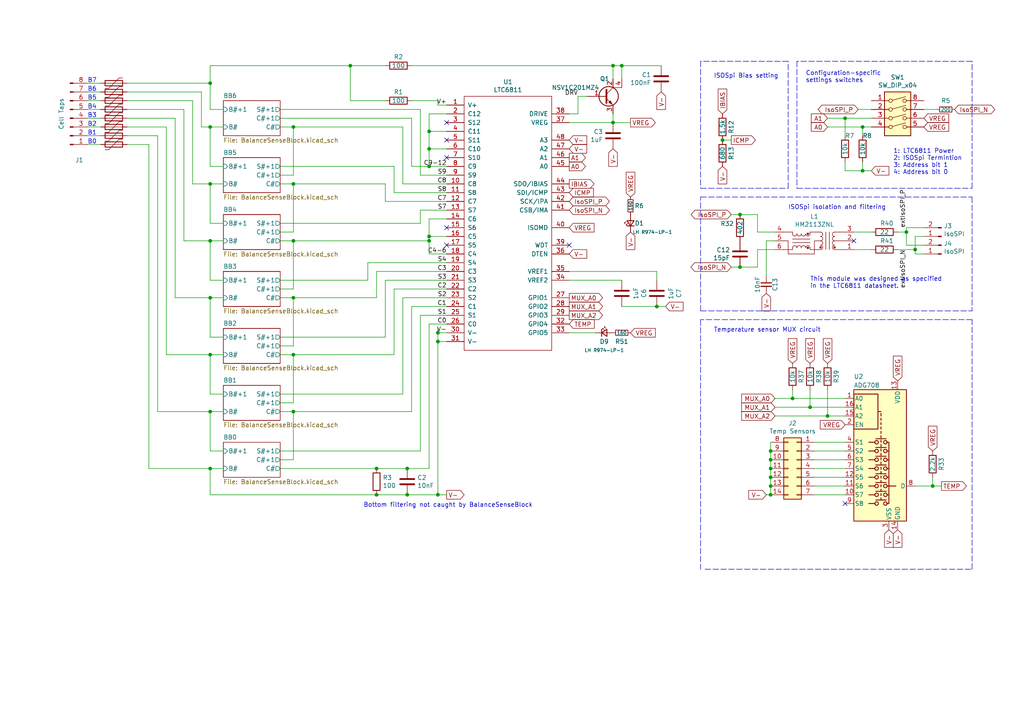
<source format=kicad_sch>
(kicad_sch (version 20231120) (generator "eeschema") (generator_version "8.0")
  (paper "A4")
  (lib_symbols
    (symbol "Connector:Conn_01x02_Pin" (pin_names (offset 1.016) hide)
      (property "Reference" "J" (at 0 2.54 0))
      (property "Value" "Conn_01x02_Pin" (at 0 -5.08 0))
      (symbol "Conn_01x02_Pin_1_1"
        (pin passive line (at 5.08 0 180) (length 3.81) (name "Pin_1") (number "1"))
        (pin passive line (at 5.08 -2.54 180) (length 3.81) (name "Pin_2") (number "2"))
      )
    )
    (symbol "Connector:Conn_01x08_Pin" (pin_names (offset 1.016) hide)
      (property "Reference" "J" (at 0 10.16 0))
      (property "Value" "Conn_01x08_Pin" (at 0 -12.7 0))
      (symbol "Conn_01x08_Pin_1_1"
        (pin passive line (at 5.08 7.62 180) (length 3.81) (name "Pin_1") (number "1"))
        (pin passive line (at 5.08 5.08 180) (length 3.81) (name "Pin_2") (number "2"))
        (pin passive line (at 5.08 2.54 180) (length 3.81) (name "Pin_3") (number "3"))
        (pin passive line (at 5.08 0 180) (length 3.81) (name "Pin_4") (number "4"))
        (pin passive line (at 5.08 -2.54 180) (length 3.81) (name "Pin_5") (number "5"))
        (pin passive line (at 5.08 -5.08 180) (length 3.81) (name "Pin_6") (number "6"))
        (pin passive line (at 5.08 -7.62 180) (length 3.81) (name "Pin_7") (number "7"))
        (pin passive line (at 5.08 -10.16 180) (length 3.81) (name "Pin_8") (number "8"))
      )
    )
    (symbol "Connector_Generic:Conn_02x07_Top_Bottom" (pin_names (offset 1.016) hide)
      (property "Reference" "J" (at 1.27 10.16 0))
      (property "Value" "Conn_02x07_Top_Bottom" (at 1.27 -10.16 0))
      (symbol "Conn_02x07_Top_Bottom_1_1"
        (pin passive line (at -5.08 7.62 0) (length 3.81) (name "Pin_1") (number "1"))
        (pin passive line (at 7.62 2.54 180) (length 3.81) (name "Pin_10") (number "10"))
        (pin passive line (at 7.62 0 180) (length 3.81) (name "Pin_11") (number "11"))
        (pin passive line (at 7.62 -2.54 180) (length 3.81) (name "Pin_12") (number "12"))
        (pin passive line (at 7.62 -5.08 180) (length 3.81) (name "Pin_13") (number "13"))
        (pin passive line (at 7.62 -7.62 180) (length 3.81) (name "Pin_14") (number "14"))
        (pin passive line (at -5.08 5.08 0) (length 3.81) (name "Pin_2") (number "2"))
        (pin passive line (at -5.08 2.54 0) (length 3.81) (name "Pin_3") (number "3"))
        (pin passive line (at -5.08 0 0) (length 3.81) (name "Pin_4") (number "4"))
        (pin passive line (at -5.08 -2.54 0) (length 3.81) (name "Pin_5") (number "5"))
        (pin passive line (at -5.08 -5.08 0) (length 3.81) (name "Pin_6") (number "6"))
        (pin passive line (at -5.08 -7.62 0) (length 3.81) (name "Pin_7") (number "7"))
        (pin passive line (at 7.62 7.62 180) (length 3.81) (name "Pin_8") (number "8"))
        (pin passive line (at 7.62 5.08 180) (length 3.81) (name "Pin_9") (number "9"))
      )
    )
    (symbol "Device:C" (pin_numbers hide) (pin_names (offset 0.254))
      (property "Reference" "C" (at 0.635 2.54 0))
      (property "Value" "C" (at 0.635 -2.54 0))
      (symbol "C_1_1"
        (pin passive line (at 0 3.81 270) (length 2.794) (name "~") (number "1"))
        (pin passive line (at 0 -3.81 90) (length 2.794) (name "~") (number "2"))
      )
    )
    (symbol "Device:C_Small" (pin_numbers hide) (pin_names (offset 0.254) hide)
      (property "Reference" "C" (at 0.254 1.778 0))
      (property "Value" "C_Small" (at 0.254 -2.032 0))
      (symbol "C_Small_1_1"
        (pin passive line (at 0 2.54 270) (length 2.032) (name "~") (number "1"))
        (pin passive line (at 0 -2.54 90) (length 2.032) (name "~") (number "2"))
      )
    )
    (symbol "Device:LED_Small" (pin_numbers hide) (pin_names (offset 0.254) hide)
      (property "Reference" "D" (at -1.27 3.175 0))
      (property "Value" "LED_Small" (at -4.445 -2.54 0))
      (symbol "LED_Small_1_1"
        (pin passive line (at -2.54 0 0) (length 1.778) (name "K") (number "1"))
        (pin passive line (at 2.54 0 180) (length 1.778) (name "A") (number "2"))
      )
    )
    (symbol "Device:Polyfuse" (pin_numbers hide) (pin_names (offset 0))
      (property "Reference" "F" (at -2.54 0 90))
      (property "Value" "Polyfuse" (at 2.54 0 90))
      (symbol "Polyfuse_1_1"
        (pin passive line (at 0 3.81 270) (length 1.27) (name "~") (number "1"))
        (pin passive line (at 0 -3.81 90) (length 1.27) (name "~") (number "2"))
      )
    )
    (symbol "Device:Q_NPN_BCEC" (pin_names (offset 0) hide)
      (property "Reference" "Q" (at 5.08 1.27 0))
      (property "Value" "Q_NPN_BCEC" (at 5.08 -1.27 0))
      (symbol "Q_NPN_BCEC_1_1"
        (pin input line (at -5.08 0 0) (length 5.715) (name "B") (number "1"))
        (pin passive line (at 2.54 5.08 270) (length 2.54) (name "C") (number "2"))
        (pin passive line (at 2.54 -5.08 90) (length 2.54) (name "E") (number "3"))
        (pin passive line (at 5.08 5.08 270) (length 2.54) (name "C") (number "4"))
      )
    )
    (symbol "Device:R" (pin_numbers hide) (pin_names (offset 0))
      (property "Reference" "R" (at 2.032 0 90))
      (property "Value" "R" (at 0 0 90))
      (symbol "R_1_1"
        (pin passive line (at 0 3.81 270) (length 1.27) (name "~") (number "1"))
        (pin passive line (at 0 -3.81 90) (length 1.27) (name "~") (number "2"))
      )
    )
    (symbol "Device:R_Small" (pin_numbers hide) (pin_names (offset 0.254) hide)
      (property "Reference" "R" (at 0.762 0.508 0))
      (property "Value" "R_Small" (at 0.762 -1.016 0))
      (symbol "R_Small_1_1"
        (pin passive line (at 0 2.54 270) (length 0.762) (name "~") (number "1"))
        (pin passive line (at 0 -2.54 90) (length 0.762) (name "~") (number "2"))
      )
    )
    (symbol "FSSymbols:ADG708" (pin_names (offset 0.254))
      (property "Reference" "U" (at -7.62 23.495 0))
      (property "Value" "ADG708" (at -7.62 21.59 0))
      (symbol "ADG708_1_1"
        (pin input line (at -10.16 15.24 0) (length 2.54) (name "A0") (number "1"))
        (pin bidirectional line (at -10.16 -12.7 0) (length 2.54) (name "S7") (number "10"))
        (pin bidirectional line (at -10.16 -10.16 0) (length 2.54) (name "S6") (number "11"))
        (pin bidirectional line (at -10.16 -7.62 0) (length 2.54) (name "S5") (number "12"))
        (pin power_in line (at 5.08 20.32 270) (length 2.54) (name "VDD") (number "13"))
        (pin power_in line (at 5.08 -22.86 90) (length 2.54) (name "GND") (number "14"))
        (pin input line (at -10.16 10.16 0) (length 2.54) (name "A2") (number "15"))
        (pin input line (at -10.16 12.7 0) (length 2.54) (name "A1") (number "16"))
        (pin input line (at -10.16 7.62 0) (length 2.54) (name "EN") (number "2"))
        (pin power_in line (at 2.54 -22.86 90) (length 2.54) (name "VSS") (number "3"))
        (pin bidirectional line (at -10.16 2.54 0) (length 2.54) (name "S1") (number "4"))
        (pin bidirectional line (at -10.16 0 0) (length 2.54) (name "S2") (number "5"))
        (pin bidirectional line (at -10.16 -2.54 0) (length 2.54) (name "S3") (number "6"))
        (pin bidirectional line (at -10.16 -5.08 0) (length 2.54) (name "S4") (number "7"))
        (pin bidirectional line (at 10.16 -10.16 180) (length 2.54) (name "D") (number "8"))
        (pin bidirectional line (at -10.16 -15.24 0) (length 2.54) (name "S8") (number "9"))
      )
    )
    (symbol "FSSymbols:HM2113ZNL" (pin_names (offset 0.254) hide)
      (property "Reference" "L" (at 0 7.62 0))
      (property "Value" "HM2113ZNL" (at 0 5.08 0))
      (symbol "HM2113ZNL_1_1"
        (pin passive line (at 11.43 -2.54 180) (length 2.54) (name "1") (number "1"))
        (pin passive line (at 11.43 0 180) (length 2.54) (name "2") (number "2"))
        (pin passive line (at 11.43 2.54 180) (length 2.54) (name "3") (number "3"))
        (pin passive line (at -11.43 2.54 0) (length 2.54) (name "4") (number "4"))
        (pin passive line (at -11.43 0 0) (length 2.54) (name "5") (number "5"))
        (pin passive line (at -11.43 -2.54 0) (length 2.54) (name "6") (number "6"))
      )
    )
    (symbol "FSSymbols:LTC6811" (pin_names (offset 1.016))
      (property "Reference" "U" (at 0 3.81 0))
      (property "Value" "LTC6811" (at 0 1.27 0))
      (symbol "LTC6811_1_1"
        (pin power_in line (at -17.78 -2.54 0) (length 5.08) (name "V+") (number "1"))
        (pin input line (at -17.78 -25.4 0) (length 5.08) (name "C8") (number "10"))
        (pin open_collector line (at -17.78 -27.94 0) (length 5.08) (name "S8") (number "11"))
        (pin input line (at -17.78 -30.48 0) (length 5.08) (name "C7") (number "12"))
        (pin open_collector line (at -17.78 -33.02 0) (length 5.08) (name "S7") (number "13"))
        (pin input line (at -17.78 -35.56 0) (length 5.08) (name "C6") (number "14"))
        (pin open_collector line (at -17.78 -38.1 0) (length 5.08) (name "S6") (number "15"))
        (pin input line (at -17.78 -40.64 0) (length 5.08) (name "C5") (number "16"))
        (pin open_collector line (at -17.78 -43.18 0) (length 5.08) (name "S5") (number "17"))
        (pin input line (at -17.78 -45.72 0) (length 5.08) (name "C4") (number "18"))
        (pin open_collector line (at -17.78 -48.26 0) (length 5.08) (name "S4") (number "19"))
        (pin input line (at -17.78 -5.08 0) (length 5.08) (name "C12") (number "2"))
        (pin input line (at -17.78 -50.8 0) (length 5.08) (name "C3") (number "20"))
        (pin open_collector line (at -17.78 -53.34 0) (length 5.08) (name "S3") (number "21"))
        (pin input line (at -17.78 -55.88 0) (length 5.08) (name "C2") (number "22"))
        (pin open_collector line (at -17.78 -58.42 0) (length 5.08) (name "S2") (number "23"))
        (pin input line (at -17.78 -60.96 0) (length 5.08) (name "C1") (number "24"))
        (pin open_collector line (at -17.78 -63.5 0) (length 5.08) (name "S1") (number "25"))
        (pin input line (at -17.78 -66.04 0) (length 5.08) (name "C0") (number "26"))
        (pin tri_state line (at 17.78 -58.42 180) (length 5.08) (name "GPIO1") (number "27"))
        (pin tri_state line (at 17.78 -60.96 180) (length 5.08) (name "GPIO2") (number "28"))
        (pin tri_state line (at 17.78 -63.5 180) (length 5.08) (name "GPIO3") (number "29"))
        (pin open_collector line (at -17.78 -7.62 0) (length 5.08) (name "S12") (number "3"))
        (pin power_in line (at -17.78 -68.58 0) (length 5.08) (name "V-") (number "30"))
        (pin power_in line (at -17.78 -71.12 0) (length 5.08) (name "V-") (number "31"))
        (pin tri_state line (at 17.78 -66.04 180) (length 5.08) (name "GPIO4") (number "32"))
        (pin tri_state line (at 17.78 -68.58 180) (length 5.08) (name "GPIO5") (number "33"))
        (pin power_out line (at 17.78 -53.34 180) (length 5.08) (name "VREF2") (number "34"))
        (pin power_out line (at 17.78 -50.8 180) (length 5.08) (name "VREF1") (number "35"))
        (pin input line (at 17.78 -45.72 180) (length 5.08) (name "DTEN") (number "36"))
        (pin power_in line (at 17.78 -7.62 180) (length 5.08) (name "VREG") (number "37"))
        (pin power_out line (at 17.78 -5.08 180) (length 5.08) (name "DRIVE") (number "38"))
        (pin output line (at 17.78 -43.18 180) (length 5.08) (name "WDT") (number "39"))
        (pin input line (at -17.78 -10.16 0) (length 5.08) (name "C11") (number "4"))
        (pin input line (at 17.78 -38.1 180) (length 5.08) (name "ISOMD") (number "40"))
        (pin input line (at 17.78 -33.02 180) (length 5.08) (name "CSB/IMA") (number "41"))
        (pin input line (at 17.78 -30.48 180) (length 5.08) (name "SCK/IPA") (number "42"))
        (pin input line (at 17.78 -27.94 180) (length 5.08) (name "SDI/ICMP") (number "43"))
        (pin output line (at 17.78 -25.4 180) (length 5.08) (name "SDO/IBIAS") (number "44"))
        (pin input line (at 17.78 -20.32 180) (length 5.08) (name "A0") (number "45"))
        (pin input line (at 17.78 -17.78 180) (length 5.08) (name "A1") (number "46"))
        (pin input line (at 17.78 -15.24 180) (length 5.08) (name "A2") (number "47"))
        (pin input line (at 17.78 -12.7 180) (length 5.08) (name "A3") (number "48"))
        (pin open_collector line (at -17.78 -12.7 0) (length 5.08) (name "S11") (number "5"))
        (pin input line (at -17.78 -15.24 0) (length 5.08) (name "C10") (number "6"))
        (pin open_collector line (at -17.78 -17.78 0) (length 5.08) (name "S10") (number "7"))
        (pin input line (at -17.78 -20.32 0) (length 5.08) (name "C9") (number "8"))
        (pin open_collector line (at -17.78 -22.86 0) (length 5.08) (name "S9") (number "9"))
      )
    )
    (symbol "Switch:SW_DIP_x04" (pin_names (offset 0) hide)
      (property "Reference" "SW" (at 0 8.89 0))
      (property "Value" "SW_DIP_x04" (at 0 -6.35 0))
      (symbol "SW_DIP_x04_1_1"
        (pin passive line (at -7.62 5.08 0) (length 5.08) (name "~") (number "1"))
        (pin passive line (at -7.62 2.54 0) (length 5.08) (name "~") (number "2"))
        (pin passive line (at -7.62 0 0) (length 5.08) (name "~") (number "3"))
        (pin passive line (at -7.62 -2.54 0) (length 5.08) (name "~") (number "4"))
        (pin passive line (at 7.62 -2.54 180) (length 5.08) (name "~") (number "5"))
        (pin passive line (at 7.62 0 180) (length 5.08) (name "~") (number "6"))
        (pin passive line (at 7.62 2.54 180) (length 5.08) (name "~") (number "7"))
        (pin passive line (at 7.62 5.08 180) (length 5.08) (name "~") (number "8"))
      )
    )
  )
  (junction (at 270.51 140.97))
  (junction (at 60.96 69.85))
  (junction (at 214.63 77.47))
  (junction (at 60.96 53.34))
  (junction (at 85.09 86.36))
  (junction (at 127 143.51))
  (junction (at 177.8 35.56))
  (junction (at 127 99.06))
  (junction (at 124.46 68.58))
  (junction (at 223.52 135.89))
  (junction (at 85.09 36.83))
  (junction (at 85.09 53.34))
  (junction (at 234.95 118.11))
  (junction (at 124.46 48.26))
  (junction (at 214.63 62.23))
  (junction (at 60.96 36.83))
  (junction (at 229.87 115.57))
  (junction (at 190.5 88.9))
  (junction (at 60.96 119.38))
  (junction (at 223.52 140.97))
  (junction (at 118.11 143.51))
  (junction (at 209.55 40.64))
  (junction (at 109.22 143.51))
  (junction (at 60.96 24.13))
  (junction (at 180.34 19.05))
  (junction (at 223.52 130.81))
  (junction (at 60.96 102.87))
  (junction (at 85.09 119.38))
  (junction (at 177.8 19.05))
  (junction (at 124.46 69.85))
  (junction (at 85.09 102.87))
  (junction (at 223.52 133.35))
  (junction (at 262.89 67.31))
  (junction (at 250.19 49.53))
  (junction (at 85.09 69.85))
  (junction (at 101.6 19.05))
  (junction (at 60.96 135.89))
  (junction (at 124.46 38.1))
  (junction (at 109.22 135.89))
  (junction (at 265.43 72.39))
  (junction (at 124.46 43.18))
  (junction (at 240.03 120.65))
  (junction (at 60.96 86.36))
  (junction (at 245.11 34.29))
  (junction (at 250.19 36.83))
  (junction (at 223.52 143.51))
  (junction (at 223.52 138.43))
  (junction (at 127 96.52))
  (junction (at 118.11 135.89))
  (no_connect (at 165.1 71.12))
  (no_connect (at 129.54 66.04))
  (no_connect (at 245.11 146.05))
  (no_connect (at 129.54 45.72))
  (no_connect (at 247.65 69.85))
  (no_connect (at 129.54 71.12))
  (no_connect (at 129.54 35.56))
  (no_connect (at 129.54 40.64))
  (wire (pts (xy 182.88 35.56) (xy 177.8 35.56)))
  (wire (pts (xy 81.28 50.8) (xy 85.09 50.8)))
  (wire (pts (xy 245.11 34.29) (xy 245.11 39.37)))
  (wire (pts (xy 265.43 72.39) (xy 260.35 72.39)))
  (wire (pts (xy 265.43 72.39) (xy 265.43 73.66)))
  (wire (pts (xy 64.77 64.77) (xy 60.96 64.77)))
  (wire (pts (xy 60.96 48.26) (xy 60.96 36.83)))
  (wire (pts (xy 81.28 119.38) (xy 85.09 119.38)))
  (polyline (pts (xy 281.94 165.1) (xy 281.94 92.71)) (stroke (width 0) (type dash)))
  (wire (pts (xy 53.34 69.85) (xy 60.96 69.85)))
  (wire (pts (xy 245.11 49.53) (xy 245.11 46.99)))
  (wire (pts (xy 85.09 69.85) (xy 124.46 69.85)))
  (wire (pts (xy 127 99.06) (xy 127 96.52)))
  (wire (pts (xy 223.52 128.27) (xy 223.52 130.81)))
  (wire (pts (xy 50.8 86.36) (xy 60.96 86.36)))
  (wire (pts (xy 60.96 69.85) (xy 60.96 81.28)))
  (wire (pts (xy 124.46 63.5) (xy 129.54 63.5)))
  (wire (pts (xy 124.46 68.58) (xy 124.46 63.5)))
  (wire (pts (xy 245.11 140.97) (xy 236.22 140.97)))
  (wire (pts (xy 116.84 86.36) (xy 129.54 86.36)))
  (wire (pts (xy 101.6 19.05) (xy 111.76 19.05)))
  (wire (pts (xy 43.18 135.89) (xy 60.96 135.89)))
  (wire (pts (xy 60.96 97.79) (xy 64.77 97.79)))
  (wire (pts (xy 106.68 76.2) (xy 106.68 81.28)))
  (wire (pts (xy 121.92 91.44) (xy 121.92 130.81)))
  (wire (pts (xy 64.77 130.81) (xy 60.96 130.81)))
  (wire (pts (xy 124.46 33.02) (xy 129.54 33.02)))
  (wire (pts (xy 111.76 81.28) (xy 129.54 81.28)))
  (wire (pts (xy 60.96 119.38) (xy 64.77 119.38)))
  (wire (pts (xy 81.28 97.79) (xy 111.76 97.79)))
  (wire (pts (xy 262.89 67.31) (xy 262.89 71.12)))
  (wire (pts (xy 270.51 138.43) (xy 270.51 140.97)))
  (wire (pts (xy 127 29.21) (xy 127 30.48)))
  (wire (pts (xy 260.35 67.31) (xy 262.89 67.31)))
  (wire (pts (xy 121.92 31.75) (xy 81.28 31.75)))
  (wire (pts (xy 121.92 64.77) (xy 81.28 64.77)))
  (wire (pts (xy 267.97 31.75) (xy 271.78 31.75)))
  (wire (pts (xy 124.46 93.98) (xy 124.46 135.89)))
  (wire (pts (xy 45.72 119.38) (xy 60.96 119.38)))
  (wire (pts (xy 85.09 36.83) (xy 81.28 36.83)))
  (wire (pts (xy 58.42 26.67) (xy 58.42 36.83)))
  (wire (pts (xy 119.38 19.05) (xy 177.8 19.05)))
  (wire (pts (xy 81.28 67.31) (xy 85.09 67.31)))
  (wire (pts (xy 180.34 88.9) (xy 190.5 88.9)))
  (wire (pts (xy 124.46 68.58) (xy 124.46 69.85)))
  (polyline (pts (xy 204.47 165.1) (xy 281.94 165.1)) (stroke (width 0) (type dash)))
  (wire (pts (xy 127 99.06) (xy 129.54 99.06)))
  (wire (pts (xy 60.96 36.83) (xy 64.77 36.83)))
  (wire (pts (xy 223.52 130.81) (xy 223.52 133.35)))
  (wire (pts (xy 64.77 114.3) (xy 60.96 114.3)))
  (wire (pts (xy 29.21 29.21) (xy 25.4 29.21)))
  (wire (pts (xy 240.03 36.83) (xy 250.19 36.83)))
  (wire (pts (xy 55.88 53.34) (xy 60.96 53.34)))
  (wire (pts (xy 81.28 100.33) (xy 85.09 100.33)))
  (wire (pts (xy 265.43 68.58) (xy 267.97 68.58)))
  (wire (pts (xy 223.52 135.89) (xy 223.52 133.35)))
  (wire (pts (xy 85.09 102.87) (xy 114.3 102.87)))
  (wire (pts (xy 127 99.06) (xy 127 143.51)))
  (wire (pts (xy 252.73 72.39) (xy 247.65 72.39)))
  (wire (pts (xy 119.38 48.26) (xy 119.38 34.29)))
  (wire (pts (xy 127 95.25) (xy 127 96.52)))
  (wire (pts (xy 36.83 34.29) (xy 50.8 34.29)))
  (wire (pts (xy 25.4 36.83) (xy 29.21 36.83)))
  (wire (pts (xy 81.28 114.3) (xy 116.84 114.3)))
  (wire (pts (xy 223.52 140.97) (xy 223.52 143.51)))
  (wire (pts (xy 214.63 62.23) (xy 219.71 62.23)))
  (wire (pts (xy 245.11 135.89) (xy 236.22 135.89)))
  (wire (pts (xy 85.09 86.36) (xy 109.22 86.36)))
  (wire (pts (xy 60.96 130.81) (xy 60.96 119.38)))
  (wire (pts (xy 60.96 81.28) (xy 64.77 81.28)))
  (wire (pts (xy 50.8 34.29) (xy 50.8 86.36)))
  (polyline (pts (xy 203.2 90.17) (xy 203.2 57.15)) (stroke (width 0) (type dash)))
  (wire (pts (xy 45.72 39.37) (xy 45.72 119.38)))
  (wire (pts (xy 121.92 91.44) (xy 129.54 91.44)))
  (wire (pts (xy 111.76 58.42) (xy 111.76 53.34)))
  (wire (pts (xy 25.4 24.13) (xy 29.21 24.13)))
  (wire (pts (xy 119.38 88.9) (xy 119.38 119.38)))
  (wire (pts (xy 60.96 24.13) (xy 60.96 31.75)))
  (wire (pts (xy 124.46 43.18) (xy 129.54 43.18)))
  (wire (pts (xy 219.71 67.31) (xy 224.79 67.31)))
  (wire (pts (xy 250.19 39.37) (xy 250.19 36.83)))
  (wire (pts (xy 170.18 27.94) (xy 167.64 27.94)))
  (wire (pts (xy 167.64 33.02) (xy 165.1 33.02)))
  (wire (pts (xy 180.34 19.05) (xy 191.77 19.05)))
  (wire (pts (xy 36.83 36.83) (xy 48.26 36.83)))
  (wire (pts (xy 85.09 100.33) (xy 85.09 86.36)))
  (wire (pts (xy 265.43 73.66) (xy 267.97 73.66)))
  (wire (pts (xy 177.8 19.05) (xy 180.34 19.05)))
  (wire (pts (xy 25.4 41.91) (xy 29.21 41.91)))
  (wire (pts (xy 60.96 69.85) (xy 64.77 69.85)))
  (wire (pts (xy 109.22 135.89) (xy 118.11 135.89)))
  (wire (pts (xy 124.46 33.02) (xy 124.46 38.1)))
  (wire (pts (xy 85.09 133.35) (xy 85.09 119.38)))
  (wire (pts (xy 219.71 62.23) (xy 219.71 67.31)))
  (wire (pts (xy 177.8 35.56) (xy 177.8 33.02)))
  (wire (pts (xy 48.26 36.83) (xy 48.26 102.87)))
  (wire (pts (xy 167.64 27.94) (xy 167.64 33.02)))
  (wire (pts (xy 85.09 69.85) (xy 81.28 69.85)))
  (wire (pts (xy 85.09 36.83) (xy 85.09 50.8)))
  (wire (pts (xy 36.83 39.37) (xy 45.72 39.37)))
  (wire (pts (xy 262.89 66.04) (xy 262.89 67.31)))
  (wire (pts (xy 106.68 76.2) (xy 129.54 76.2)))
  (wire (pts (xy 85.09 53.34) (xy 81.28 53.34)))
  (wire (pts (xy 129.54 60.96) (xy 121.92 60.96)))
  (wire (pts (xy 53.34 31.75) (xy 53.34 69.85)))
  (wire (pts (xy 219.71 72.39) (xy 219.71 77.47)))
  (wire (pts (xy 223.52 138.43) (xy 223.52 135.89)))
  (polyline (pts (xy 203.2 90.17) (xy 281.94 90.17)) (stroke (width 0) (type dash)))
  (wire (pts (xy 85.09 102.87) (xy 81.28 102.87)))
  (wire (pts (xy 119.38 34.29) (xy 81.28 34.29)))
  (wire (pts (xy 240.03 113.03) (xy 240.03 120.65)))
  (wire (pts (xy 60.96 114.3) (xy 60.96 102.87)))
  (wire (pts (xy 60.96 143.51) (xy 109.22 143.51)))
  (wire (pts (xy 250.19 46.99) (xy 250.19 49.53)))
  (wire (pts (xy 64.77 48.26) (xy 60.96 48.26)))
  (wire (pts (xy 64.77 53.34) (xy 60.96 53.34)))
  (wire (pts (xy 224.79 120.65) (xy 240.03 120.65)))
  (wire (pts (xy 114.3 83.82) (xy 114.3 102.87)))
  (wire (pts (xy 85.09 116.84) (xy 85.09 102.87)))
  (wire (pts (xy 190.5 78.74) (xy 190.5 81.28)))
  (wire (pts (xy 124.46 48.26) (xy 119.38 48.26)))
  (wire (pts (xy 36.83 24.13) (xy 60.96 24.13)))
  (wire (pts (xy 64.77 135.89) (xy 60.96 135.89)))
  (wire (pts (xy 36.83 29.21) (xy 55.88 29.21)))
  (wire (pts (xy 124.46 68.58) (xy 129.54 68.58)))
  (wire (pts (xy 172.72 96.52) (xy 165.1 96.52)))
  (polyline (pts (xy 281.94 17.78) (xy 231.14 17.78)) (stroke (width 0) (type dash)))
  (wire (pts (xy 252.73 34.29) (xy 245.11 34.29)))
  (wire (pts (xy 81.28 48.26) (xy 114.3 48.26)))
  (wire (pts (xy 81.28 130.81) (xy 121.92 130.81)))
  (wire (pts (xy 127 96.52) (xy 129.54 96.52)))
  (wire (pts (xy 180.34 22.86) (xy 180.34 19.05)))
  (wire (pts (xy 48.26 102.87) (xy 60.96 102.87)))
  (wire (pts (xy 222.25 143.51) (xy 223.52 143.51)))
  (wire (pts (xy 60.96 135.89) (xy 60.96 143.51)))
  (polyline (pts (xy 231.14 54.61) (xy 281.94 54.61)) (stroke (width 0) (type dash)))
  (wire (pts (xy 273.05 140.97) (xy 270.51 140.97)))
  (polyline (pts (xy 231.14 17.78) (xy 231.14 54.61)) (stroke (width 0) (type dash)))
  (polyline (pts (xy 203.2 17.78) (xy 203.2 54.61)) (stroke (width 0) (type dash)))
  (wire (pts (xy 109.22 78.74) (xy 129.54 78.74)))
  (wire (pts (xy 234.95 118.11) (xy 245.11 118.11)))
  (wire (pts (xy 64.77 86.36) (xy 60.96 86.36)))
  (wire (pts (xy 236.22 143.51) (xy 245.11 143.51)))
  (wire (pts (xy 124.46 38.1) (xy 129.54 38.1)))
  (wire (pts (xy 101.6 29.21) (xy 101.6 19.05)))
  (wire (pts (xy 109.22 78.74) (xy 109.22 86.36)))
  (wire (pts (xy 219.71 72.39) (xy 224.79 72.39)))
  (wire (pts (xy 85.09 53.34) (xy 85.09 67.31)))
  (wire (pts (xy 212.09 77.47) (xy 214.63 77.47)))
  (wire (pts (xy 124.46 38.1) (xy 124.46 43.18)))
  (wire (pts (xy 116.84 36.83) (xy 116.84 53.34)))
  (wire (pts (xy 111.76 81.28) (xy 111.76 97.79)))
  (wire (pts (xy 247.65 67.31) (xy 252.73 67.31)))
  (wire (pts (xy 236.22 128.27) (xy 245.11 128.27)))
  (polyline (pts (xy 203.2 92.71) (xy 203.2 165.1)) (stroke (width 0) (type dash)))
  (wire (pts (xy 124.46 73.66) (xy 129.54 73.66)))
  (wire (pts (xy 36.83 26.67) (xy 58.42 26.67)))
  (wire (pts (xy 85.09 86.36) (xy 81.28 86.36)))
  (wire (pts (xy 165.1 81.28) (xy 180.34 81.28)))
  (wire (pts (xy 234.95 113.03) (xy 234.95 118.11)))
  (wire (pts (xy 245.11 130.81) (xy 236.22 130.81)))
  (polyline (pts (xy 228.6 17.78) (xy 203.2 17.78)) (stroke (width 0) (type dash)))
  (wire (pts (xy 60.96 86.36) (xy 60.96 97.79)))
  (wire (pts (xy 121.92 60.96) (xy 121.92 64.77)))
  (wire (pts (xy 60.96 64.77) (xy 60.96 53.34)))
  (wire (pts (xy 116.84 86.36) (xy 116.84 114.3)))
  (wire (pts (xy 85.09 69.85) (xy 85.09 83.82)))
  (polyline (pts (xy 228.6 54.61) (xy 228.6 17.78)) (stroke (width 0) (type dash)))
  (wire (pts (xy 85.09 119.38) (xy 119.38 119.38)))
  (wire (pts (xy 25.4 31.75) (xy 29.21 31.75)))
  (wire (pts (xy 265.43 72.39) (xy 265.43 68.58)))
  (wire (pts (xy 129.54 53.34) (xy 116.84 53.34)))
  (wire (pts (xy 85.09 53.34) (xy 111.76 53.34)))
  (polyline (pts (xy 281.94 54.61) (xy 281.94 17.78)) (stroke (width 0) (type dash)))
  (wire (pts (xy 250.19 49.53) (xy 245.11 49.53)))
  (wire (pts (xy 250.19 36.83) (xy 252.73 36.83)))
  (polyline (pts (xy 281.94 57.15) (xy 281.94 90.17)) (stroke (width 0) (type dash)))
  (wire (pts (xy 58.42 36.83) (xy 60.96 36.83)))
  (wire (pts (xy 64.77 102.87) (xy 60.96 102.87)))
  (wire (pts (xy 124.46 48.26) (xy 129.54 48.26)))
  (wire (pts (xy 229.87 113.03) (xy 229.87 115.57)))
  (wire (pts (xy 129.54 143.51) (xy 127 143.51)))
  (polyline (pts (xy 203.2 54.61) (xy 228.6 54.61)) (stroke (width 0) (type dash)))
  (polyline (pts (xy 203.2 57.15) (xy 281.94 57.15)) (stroke (width 0) (type dash)))
  (wire (pts (xy 81.28 116.84) (xy 85.09 116.84)))
  (wire (pts (xy 114.3 83.82) (xy 129.54 83.82)))
  (wire (pts (xy 240.03 34.29) (xy 245.11 34.29)))
  (wire (pts (xy 124.46 69.85) (xy 124.46 73.66)))
  (wire (pts (xy 111.76 29.21) (xy 101.6 29.21)))
  (wire (pts (xy 212.09 40.64) (xy 209.55 40.64)))
  (wire (pts (xy 212.09 62.23) (xy 214.63 62.23)))
  (wire (pts (xy 81.28 83.82) (xy 85.09 83.82)))
  (polyline (pts (xy 281.94 92.71) (xy 203.2 92.71)) (stroke (width 0) (type dash)))
  (wire (pts (xy 214.63 77.47) (xy 219.71 77.47)))
  (wire (pts (xy 85.09 36.83) (xy 116.84 36.83)))
  (wire (pts (xy 129.54 88.9) (xy 119.38 88.9)))
  (wire (pts (xy 43.18 41.91) (xy 43.18 135.89)))
  (wire (pts (xy 127 30.48) (xy 129.54 30.48)))
  (wire (pts (xy 229.87 115.57) (xy 245.11 115.57)))
  (wire (pts (xy 81.28 81.28) (xy 106.68 81.28)))
  (wire (pts (xy 224.79 115.57) (xy 229.87 115.57)))
  (wire (pts (xy 262.89 71.12) (xy 267.97 71.12)))
  (wire (pts (xy 250.19 49.53) (xy 252.73 49.53)))
  (wire (pts (xy 223.52 138.43) (xy 223.52 140.97)))
  (wire (pts (xy 29.21 39.37) (xy 25.4 39.37)))
  (wire (pts (xy 119.38 29.21) (xy 127 29.21)))
  (wire (pts (xy 165.1 35.56) (xy 177.8 35.56)))
  (wire (pts (xy 248.92 31.75) (xy 252.73 31.75)))
  (wire (pts (xy 129.54 58.42) (xy 111.76 58.42)))
  (wire (pts (xy 124.46 93.98) (xy 129.54 93.98)))
  (wire (pts (xy 118.11 135.89) (xy 124.46 135.89)))
  (wire (pts (xy 224.79 118.11) (xy 234.95 118.11)))
  (wire (pts (xy 270.51 140.97) (xy 265.43 140.97)))
  (wire (pts (xy 25.4 26.67) (xy 29.21 26.67)))
  (wire (pts (xy 190.5 88.9) (xy 193.04 88.9)))
  (wire (pts (xy 236.22 138.43) (xy 245.11 138.43)))
  (wire (pts (xy 60.96 31.75) (xy 64.77 31.75)))
  (wire (pts (xy 114.3 48.26) (xy 114.3 55.88)))
  (wire (pts (xy 121.92 31.75) (xy 121.92 50.8)))
  (wire (pts (xy 222.25 80.01) (xy 222.25 69.85)))
  (wire (pts (xy 109.22 143.51) (xy 118.11 143.51)))
  (wire (pts (xy 177.8 19.05) (xy 177.8 22.86)))
  (wire (pts (xy 121.92 50.8) (xy 129.54 50.8)))
  (wire (pts (xy 240.03 120.65) (xy 245.11 120.65)))
  (wire (pts (xy 118.11 143.51) (xy 127 143.51)))
  (wire (pts (xy 222.25 69.85) (xy 224.79 69.85)))
  (wire (pts (xy 36.83 41.91) (xy 43.18 41.91)))
  (wire (pts (xy 114.3 55.88) (xy 129.54 55.88)))
  (wire (pts (xy 81.28 133.35) (xy 85.09 133.35)))
  (wire (pts (xy 60.96 19.05) (xy 101.6 19.05)))
  (wire (pts (xy 124.46 43.18) (xy 124.46 48.26)))
  (wire (pts (xy 236.22 133.35) (xy 245.11 133.35)))
  (wire (pts (xy 36.83 31.75) (xy 53.34 31.75)))
  (wire (pts (xy 29.21 34.29) (xy 25.4 34.29)))
  (wire (pts (xy 60.96 19.05) (xy 60.96 24.13)))
  (wire (pts (xy 81.28 135.89) (xy 109.22 135.89)))
  (wire (pts (xy 165.1 78.74) (xy 190.5 78.74)))
  (wire (pts (xy 267.97 66.04) (xy 262.89 66.04)))
  (wire (pts (xy 55.88 29.21) (xy 55.88 53.34)))
  (text "ISOSpi Bias setting" (at 207.01 22.86 0) (effects (font (size 1.27 1.27)) (justify left bottom)))
  (text "B5" (at 25.4 29.21 0) (effects (font (size 1.27 1.27)) (justify left bottom)))
  (text "This module was designed as specified\nin the LTC6811 datasheet." (at 234.95 83.82 0) (effects (font (size 1.27 1.27)) (justify left bottom)))
  (text "B4" (at 25.4 31.75 0) (effects (font (size 1.27 1.27)) (justify left bottom)))
  (text "Configuration-specific\nsettings switches" (at 233.68 24.13 0) (effects (font (size 1.27 1.27)) (justify left bottom)))
  (text "1: LTC6811 Power\n2: ISOSpi Termintion\n3: Address bit 1\n4: Address bit 0" (at 259.08 50.8 0) (effects (font (size 1.27 1.27)) (justify left bottom)))
  (text "Bottom filtering not caught by BalanceSenseBlock" (at 105.41 147.32 0) (effects (font (size 1.27 1.27)) (justify left bottom)))
  (text "B3" (at 25.4 34.29 0) (effects (font (size 1.27 1.27)) (justify left bottom)))
  (text "B1" (at 25.4 39.37 0) (effects (font (size 1.27 1.27)) (justify left bottom)))
  (text "Temperature sensor MUX circuit" (at 207.01 96.52 0) (effects (font (size 1.27 1.27)) (justify left bottom)))
  (text "B7" (at 25.4 24.13 0) (effects (font (size 1.27 1.27)) (justify left bottom)))
  (text "B6" (at 25.4 26.67 0) (effects (font (size 1.27 1.27)) (justify left bottom)))
  (text "ISOSpi isolation and filtering" (at 228.6 60.96 0) (effects (font (size 1.27 1.27)) (justify left bottom)))
  (text "B2" (at 25.4 36.83 0) (effects (font (size 1.27 1.27)) (justify left bottom)))
  (text "B0" (at 25.4 41.91 0) (effects (font (size 1.27 1.27)) (justify left bottom)))
  (label "S3" (at 129.54 81.28 180))
  (label "S2" (at 129.54 86.36 180))
  (label "C3" (at 129.54 78.74 180))
  (label "DRV" (at 167.64 27.94 180))
  (label "V+" (at 129.54 30.48 180))
  (label "C4-6" (at 129.54 73.66 180))
  (label "S7" (at 129.54 60.96 180))
  (label "C9-12" (at 129.54 48.26 180))
  (label "C7" (at 129.54 58.42 180))
  (label "C8" (at 129.54 53.34 180))
  (label "S4" (at 129.54 76.2 180))
  (label "S8" (at 129.54 55.88 180))
  (label "V-" (at 129.54 96.52 180))
  (label "C2" (at 129.54 83.82 180))
  (label "C0" (at 129.54 93.98 180))
  (label "extIsoSPI_N" (at 262.89 72.39 270))
  (label "extIsoSPI_P" (at 262.89 66.04 90))
  (label "S9" (at 129.54 50.8 180))
  (label "S1" (at 129.54 91.44 180))
  (label "C1" (at 129.54 88.9 180))
  (global_label "V-" (shape input) (at 257.81 153.67 270) (property "Intersheetrefs" "${INTERSHEET_REFS}" (effects (hide yes))))
  (global_label "IsoSPI_P" (shape bidirectional) (at 212.09 62.23 180) (property "Intersheetrefs" "${INTERSHEET_REFS}" (effects (hide yes))))
  (global_label "VREG" (shape input) (at 165.1 66.04 0) (property "Intersheetrefs" "${INTERSHEET_REFS}" (effects (hide yes))))
  (global_label "VREG" (shape input) (at 245.11 123.19 180) (property "Intersheetrefs" "${INTERSHEET_REFS}" (effects (hide yes))))
  (global_label "A0" (shape input) (at 240.03 36.83 180) (property "Intersheetrefs" "${INTERSHEET_REFS}" (effects (hide yes))))
  (global_label "IsoSPI_N" (shape bidirectional) (at 276.86 31.75 0) (property "Intersheetrefs" "${INTERSHEET_REFS}" (effects (hide yes))))
  (global_label "TEMP" (shape input) (at 165.1 93.98 0) (property "Intersheetrefs" "${INTERSHEET_REFS}" (effects (hide yes))))
  (global_label "VREG" (shape input) (at 240.03 105.41 90) (property "Intersheetrefs" "${INTERSHEET_REFS}" (effects (hide yes))))
  (global_label "ICMP" (shape output) (at 212.09 40.64 0) (property "Intersheetrefs" "${INTERSHEET_REFS}" (effects (hide yes))))
  (global_label "MUX_A0" (shape output) (at 165.1 86.36 0) (property "Intersheetrefs" "${INTERSHEET_REFS}" (effects (hide yes))))
  (global_label "V-" (shape input) (at 260.35 153.67 270) (property "Intersheetrefs" "${INTERSHEET_REFS}" (effects (hide yes))))
  (global_label "V-" (shape output) (at 129.54 143.51 0) (property "Intersheetrefs" "${INTERSHEET_REFS}" (effects (hide yes))))
  (global_label "V-" (shape input) (at 165.1 40.64 0) (property "Intersheetrefs" "${INTERSHEET_REFS}" (effects (hide yes))))
  (global_label "IsoSPI_P" (shape bidirectional) (at 248.92 31.75 180) (property "Intersheetrefs" "${INTERSHEET_REFS}" (effects (hide yes))))
  (global_label "V-" (shape input) (at 177.8 43.18 270) (property "Intersheetrefs" "${INTERSHEET_REFS}" (effects (hide yes))))
  (global_label "VREG" (shape input) (at 267.97 34.29 0) (property "Intersheetrefs" "${INTERSHEET_REFS}" (effects (hide yes))))
  (global_label "VREG" (shape input) (at 182.88 96.52 0) (property "Intersheetrefs" "${INTERSHEET_REFS}" (effects (hide yes))))
  (global_label "IBIAS" (shape output) (at 165.1 53.34 0) (property "Intersheetrefs" "${INTERSHEET_REFS}" (effects (hide yes))))
  (global_label "IsoSPI_P" (shape bidirectional) (at 165.1 58.42 0) (property "Intersheetrefs" "${INTERSHEET_REFS}" (effects (hide yes))))
  (global_label "A1" (shape output) (at 165.1 45.72 0) (property "Intersheetrefs" "${INTERSHEET_REFS}" (effects (hide yes))))
  (global_label "IsoSPI_N" (shape bidirectional) (at 212.09 77.47 180) (property "Intersheetrefs" "${INTERSHEET_REFS}" (effects (hide yes))))
  (global_label "V-" (shape input) (at 252.73 49.53 0) (property "Intersheetrefs" "${INTERSHEET_REFS}" (effects (hide yes))))
  (global_label "MUX_A1" (shape output) (at 165.1 88.9 0) (property "Intersheetrefs" "${INTERSHEET_REFS}" (effects (hide yes))))
  (global_label "V-" (shape input) (at 182.88 67.31 270) (property "Intersheetrefs" "${INTERSHEET_REFS}" (effects (hide yes))))
  (global_label "VREG" (shape output) (at 182.88 35.56 0) (property "Intersheetrefs" "${INTERSHEET_REFS}" (effects (hide yes))))
  (global_label "VREG" (shape input) (at 234.95 105.41 90) (property "Intersheetrefs" "${INTERSHEET_REFS}" (effects (hide yes))))
  (global_label "V-" (shape input) (at 191.77 26.67 270) (property "Intersheetrefs" "${INTERSHEET_REFS}" (effects (hide yes))))
  (global_label "ICMP" (shape input) (at 165.1 55.88 0) (property "Intersheetrefs" "${INTERSHEET_REFS}" (effects (hide yes))))
  (global_label "VREG" (shape input) (at 229.87 105.41 90) (property "Intersheetrefs" "${INTERSHEET_REFS}" (effects (hide yes))))
  (global_label "V-" (shape input) (at 222.25 85.09 270) (property "Intersheetrefs" "${INTERSHEET_REFS}" (effects (hide yes))))
  (global_label "A0" (shape output) (at 165.1 48.26 0) (property "Intersheetrefs" "${INTERSHEET_REFS}" (effects (hide yes))))
  (global_label "TEMP" (shape output) (at 273.05 140.97 0) (property "Intersheetrefs" "${INTERSHEET_REFS}" (effects (hide yes))))
  (global_label "V-" (shape input) (at 193.04 88.9 0) (property "Intersheetrefs" "${INTERSHEET_REFS}" (effects (hide yes))))
  (global_label "VREG" (shape input) (at 267.97 36.83 0) (property "Intersheetrefs" "${INTERSHEET_REFS}" (effects (hide yes))))
  (global_label "VREG" (shape input) (at 260.35 110.49 90) (property "Intersheetrefs" "${INTERSHEET_REFS}" (effects (hide yes))))
  (global_label "VREG" (shape input) (at 182.88 57.15 90) (property "Intersheetrefs" "${INTERSHEET_REFS}" (effects (hide yes))))
  (global_label "V-" (shape input) (at 165.1 43.18 0) (property "Intersheetrefs" "${INTERSHEET_REFS}" (effects (hide yes))))
  (global_label "V-" (shape input) (at 222.25 143.51 180) (property "Intersheetrefs" "${INTERSHEET_REFS}" (effects (hide yes))))
  (global_label "V-" (shape input) (at 209.55 48.26 270) (property "Intersheetrefs" "${INTERSHEET_REFS}" (effects (hide yes))))
  (global_label "IBIAS" (shape input) (at 209.55 33.02 90) (property "Intersheetrefs" "${INTERSHEET_REFS}" (effects (hide yes))))
  (global_label "A1" (shape input) (at 240.03 34.29 180) (property "Intersheetrefs" "${INTERSHEET_REFS}" (effects (hide yes))))
  (global_label "MUX_A2" (shape output) (at 165.1 91.44 0) (property "Intersheetrefs" "${INTERSHEET_REFS}" (effects (hide yes))))
  (global_label "V-" (shape input) (at 165.1 73.66 0) (property "Intersheetrefs" "${INTERSHEET_REFS}" (effects (hide yes))))
  (global_label "IsoSPI_N" (shape bidirectional) (at 165.1 60.96 0) (property "Intersheetrefs" "${INTERSHEET_REFS}" (effects (hide yes))))
  (global_label "MUX_A2" (shape input) (at 224.79 120.65 180) (property "Intersheetrefs" "${INTERSHEET_REFS}" (effects (hide yes))))
  (global_label "MUX_A1" (shape input) (at 224.79 118.11 180) (property "Intersheetrefs" "${INTERSHEET_REFS}" (effects (hide yes))))
  (global_label "VREG" (shape input) (at 270.51 130.81 90) (property "Intersheetrefs" "${INTERSHEET_REFS}" (effects (hide yes))))
  (global_label "MUX_A0" (shape input) (at 224.79 115.57 180) (property "Intersheetrefs" "${INTERSHEET_REFS}" (effects (hide yes))))
  (symbol (lib_id "FSSymbols:LTC6811") (at 147.32 27.94 0) (unit 1)
    (property "Reference" "U1" (at 147.32 23.749 0))
    (property "Value" "LTC6811" (at 147.32 26.0604 0))
    (property "Footprint" "1FS_2_Global_Footprint_Library:FSOP-48_[LTC6811-2]" (effects (hide yes)))
    (property "Datasheet" "https://www.analog.com/media/en/technical-documentation/data-sheets/LTC6811-1-6811-2.pdf" (effects (hide yes)))
  )
  (symbol (lib_id "Connector:Conn_01x08_Pin") (at 20.32 34.29 0) (mirror x) (unit 1)
    (property "Reference" "J1" (at 23.0124 46.4312 0))
    (property "Value" "Cell Taps" (at 17.78 33.02 90))
    (property "Footprint" "Connector_Molex:Molex_Nano-Fit_105313-xx08_1x08_P2.50mm_Horizontal" (effects (hide yes)))
    (property "Description" "Generic connector, single row, 01x08, script generated" (effects (hide yes)))
  )
  (symbol (lib_id "Device:R") (at 115.57 19.05 270) (unit 1)
    (property "Reference" "R2" (at 115.57 16.51 90))
    (property "Value" "100" (at 115.57 19.05 90))
    (property "Footprint" "Resistor_SMD:R_0805_2012Metric_Pad1.15x1.40mm_HandSolder" (effects (hide yes)))
  )
  (symbol (lib_id "Switch:SW_DIP_x04") (at 260.35 34.29 0) (unit 1)
    (property "Reference" "SW1" (at 260.35 22.4282 0))
    (property "Value" "SW_DIP_x04" (at 260.35 24.7396 0))
    (property "Footprint" "FSFootprints:DIP A6H-4101" (effects (hide yes)))
    (property "Datasheet" "https://omronfs.omron.com/en_US/ecb/products/pdf/en-a6h.pdf" (effects (hide yes)))
  )
  (symbol (lib_id "Device:R") (at 209.55 36.83 180) (unit 1)
    (property "Reference" "R12" (at 212.09 36.83 90))
    (property "Value" "1.5k" (at 209.55 36.83 90))
    (property "Footprint" "Resistor_SMD:R_0805_2012Metric_Pad1.15x1.40mm_HandSolder" (effects (hide yes)))
  )
  (symbol (lib_id "Connector:Conn_01x02_Pin") (at 273.05 68.58 180) (unit 1)
    (property "Reference" "J3" (at 273.7358 65.532 0) (effects (justify right)))
    (property "Value" "IsoSPI" (at 273.7358 67.8434 0) (effects (justify right)))
    (property "Footprint" "Connector_Molex:Molex_Nano-Fit_105313-xx02_1x02_P2.50mm_Horizontal" (effects (hide yes)))
    (property "Description" "Generic connector, single row, 01x02, script generated" (effects (hide yes)))
  )
  (symbol (lib_id "Device:R") (at 209.55 44.45 180) (unit 1)
    (property "Reference" "R13" (at 212.09 44.45 90))
    (property "Value" "680" (at 209.55 44.45 90))
    (property "Footprint" "Resistor_SMD:R_0805_2012Metric_Pad1.15x1.40mm_HandSolder" (effects (hide yes)))
  )
  (symbol (lib_id "Device:Q_NPN_BCEC") (at 175.26 27.94 0) (unit 1)
    (property "Reference" "Q1" (at 173.99 22.86 0) (effects (justify left)))
    (property "Value" "NSV1C201MZ4" (at 160.02 25.4 0) (effects (justify left)))
    (property "Footprint" "Package_TO_SOT_SMD:SOT-223" (effects (hide yes)))
    (property "Datasheet" "https://www.onsemi.com/pub/Collateral/NSS1C201MZ4-D.PDF" (effects (hide yes)))
  )
  (symbol (lib_id "Device:C") (at 177.8 39.37 0) (mirror y) (unit 1)
    (property "Reference" "C3" (at 174.879 38.2016 0) (effects (justify left)))
    (property "Value" "1uF" (at 174.879 40.513 0) (effects (justify left)))
    (property "Footprint" "Capacitor_SMD:C_0805_2012Metric_Pad1.15x1.40mm_HandSolder" (effects (hide yes)))
  )
  (symbol (lib_id "Device:C") (at 191.77 22.86 0) (mirror y) (unit 1)
    (property "Reference" "C1" (at 188.849 21.6916 0) (effects (justify left)))
    (property "Value" "100nF" (at 188.849 24.003 0) (effects (justify left)))
    (property "Footprint" "Capacitor_SMD:C_0805_2012Metric_Pad1.15x1.40mm_HandSolder" (effects (hide yes)))
  )
  (symbol (lib_id "FSSymbols:ADG708") (at 255.27 130.81 0) (unit 1)
    (property "Reference" "U2" (at 247.65 109.22 0) (effects (justify left)))
    (property "Value" "ADG708" (at 247.65 111.76 0) (effects (justify left)))
    (property "Footprint" "Package_SO:TSSOP-16_4.4x5mm_P0.65mm" (effects (hide yes)))
    (property "Datasheet" "https://www.analog.com/media/en/technical-documentation/data-sheets/ADG708_709.pdf" (effects (hide yes)))
  )
  (symbol (lib_id "Device:C") (at 190.5 85.09 180) (unit 1)
    (property "Reference" "C7" (at 196.9008 85.09 90))
    (property "Value" "1uF" (at 194.5894 85.09 90))
    (property "Footprint" "Capacitor_SMD:C_0805_2012Metric_Pad1.15x1.40mm_HandSolder" (effects (hide yes)))
  )
  (symbol (lib_id "Device:C") (at 180.34 85.09 180) (unit 1)
    (property "Reference" "C6" (at 186.7408 85.09 90))
    (property "Value" "1uF" (at 184.4294 85.09 90))
    (property "Footprint" "Capacitor_SMD:C_0805_2012Metric_Pad1.15x1.40mm_HandSolder" (effects (hide yes)))
  )
  (symbol (lib_id "FSSymbols:HM2113ZNL") (at 236.22 69.85 0) (unit 1)
    (property "Reference" "L1" (at 236.22 62.7888 0))
    (property "Value" "HM2113ZNL" (at 236.22 65.1002 0))
    (property "Footprint" "FSFootprints:HM2113ZNL" (effects (hide yes)))
  )
  (symbol (lib_id "Device:R") (at 270.51 134.62 180) (unit 1)
    (property "Reference" "R33" (at 273.05 134.62 90))
    (property "Value" "2.2k" (at 270.51 134.62 90))
    (property "Footprint" "Resistor_SMD:R_0805_2012Metric_Pad1.15x1.40mm_HandSolder" (effects (hide yes)))
  )
  (symbol (lib_id "Device:R") (at 245.11 43.18 0) (unit 1)
    (property "Reference" "R7" (at 245.11 39.37 0) (effects (justify left)))
    (property "Value" "10k" (at 245.11 43.18 90))
    (property "Footprint" "Resistor_SMD:R_0805_2012Metric_Pad1.15x1.40mm_HandSolder" (effects (hide yes)))
  )
  (symbol (lib_id "Device:R") (at 250.19 43.18 0) (unit 1)
    (property "Reference" "R8" (at 250.19 39.37 0) (effects (justify left)))
    (property "Value" "10k" (at 250.19 43.18 90))
    (property "Footprint" "Resistor_SMD:R_0805_2012Metric_Pad1.15x1.40mm_HandSolder" (effects (hide yes)))
  )
  (symbol (lib_id "Device:R") (at 256.54 67.31 270) (mirror x) (unit 1)
    (property "Reference" "R40" (at 255.27 64.77 90) (effects (justify left)))
    (property "Value" "22" (at 256.54 67.31 90))
    (property "Footprint" "Resistor_SMD:R_0805_2012Metric_Pad1.15x1.40mm_HandSolder" (effects (hide yes)))
  )
  (symbol (lib_id "Device:R") (at 256.54 72.39 270) (mirror x) (unit 1)
    (property "Reference" "R41" (at 255.27 69.85 90) (effects (justify left)))
    (property "Value" "22" (at 256.54 72.39 90))
    (property "Footprint" "Resistor_SMD:R_0805_2012Metric_Pad1.15x1.40mm_HandSolder" (effects (hide yes)))
  )
  (symbol (lib_id "Device:R_Small") (at 274.32 31.75 270) (unit 1)
    (property "Reference" "R5" (at 274.32 29.21 90))
    (property "Value" "200" (at 274.32 31.75 90) (effects (font (size 0.9652 0.9652))))
    (property "Footprint" "Resistor_SMD:R_0805_2012Metric_Pad1.15x1.40mm_HandSolder" (effects (hide yes)))
  )
  (symbol (lib_id "Device:R") (at 229.87 109.22 180) (unit 1)
    (property "Reference" "R37" (at 232.41 109.22 90))
    (property "Value" "10k" (at 229.87 109.22 90))
    (property "Footprint" "Resistor_SMD:R_0805_2012Metric_Pad1.15x1.40mm_HandSolder" (effects (hide yes)))
  )
  (symbol (lib_id "Device:R") (at 234.95 109.22 180) (unit 1)
    (property "Reference" "R38" (at 237.49 109.22 90))
    (property "Value" "10k" (at 234.95 109.22 90))
    (property "Footprint" "Resistor_SMD:R_0805_2012Metric_Pad1.15x1.40mm_HandSolder" (effects (hide yes)))
  )
  (symbol (lib_id "Device:R") (at 240.03 109.22 180) (unit 1)
    (property "Reference" "R39" (at 242.57 109.22 90))
    (property "Value" "10k" (at 240.03 109.22 90))
    (property "Footprint" "Resistor_SMD:R_0805_2012Metric_Pad1.15x1.40mm_HandSolder" (effects (hide yes)))
  )
  (symbol (lib_id "Device:R") (at 214.63 66.04 0) (mirror y) (unit 1)
    (property "Reference" "R32" (at 212.852 64.8716 0) (effects (justify left)))
    (property "Value" "402" (at 214.63 66.04 90))
    (property "Footprint" "Resistor_SMD:R_0805_2012Metric_Pad1.15x1.40mm_HandSolder" (effects (hide yes)))
  )
  (symbol (lib_id "Device:C") (at 214.63 73.66 0) (mirror x) (unit 1)
    (property "Reference" "C12" (at 211.7344 72.4916 0) (effects (justify right)))
    (property "Value" "15pF" (at 211.7344 74.803 0) (effects (justify right)))
    (property "Footprint" "Capacitor_SMD:C_0805_2012Metric_Pad1.15x1.40mm_HandSolder" (effects (hide yes)))
  )
  (symbol (lib_id "Device:C_Small") (at 222.25 82.55 0) (unit 1)
    (property "Reference" "C13" (at 224.79 82.55 90))
    (property "Value" "10nF" (at 219.71 82.55 90))
    (property "Footprint" "Capacitor_SMD:C_0805_2012Metric_Pad1.15x1.40mm_HandSolder" (effects (hide yes)))
  )
  (symbol (lib_id "Device:LED_Small") (at 182.88 64.77 90) (unit 1)
    (property "Reference" "D1" (at 185.42 64.77 90))
    (property "Value" "LH R974-LP-1" (at 189.23 67.31 90) (effects (font (size 0.9652 0.9652))))
    (property "Footprint" "LED_SMD:LED_0805_2012Metric_Pad1.15x1.40mm_HandSolder" (effects (hide yes)))
  )
  (symbol (lib_id "Device:R_Small") (at 182.88 59.69 180) (unit 1)
    (property "Reference" "R6" (at 185.42 59.69 0))
    (property "Value" "160" (at 182.88 59.69 90) (effects (font (size 0.9652 0.9652))))
    (property "Footprint" "Resistor_SMD:R_0805_2012Metric_Pad1.15x1.40mm_HandSolder" (effects (hide yes)))
  )
  (symbol (lib_id "Device:LED_Small") (at 175.26 96.52 0) (unit 1)
    (property "Reference" "D9" (at 175.26 99.06 0))
    (property "Value" "LH R974-LP-1" (at 175.26 101.6 0) (effects (font (size 0.9652 0.9652))))
    (property "Footprint" "LED_SMD:LED_0805_2012Metric_Pad1.15x1.40mm_HandSolder" (effects (hide yes)))
  )
  (symbol (lib_id "Device:R_Small") (at 180.34 96.52 90) (unit 1)
    (property "Reference" "R51" (at 180.34 99.06 90))
    (property "Value" "160" (at 180.34 96.52 90) (effects (font (size 0.9652 0.9652))))
    (property "Footprint" "Resistor_SMD:R_0805_2012Metric_Pad1.15x1.40mm_HandSolder" (effects (hide yes)))
  )
  (symbol (lib_id "Connector:Conn_01x02_Pin") (at 273.05 73.66 180) (unit 1)
    (property "Reference" "J4" (at 273.7358 70.612 0) (effects (justify right)))
    (property "Value" "IsoSPI" (at 273.7358 72.9234 0) (effects (justify right)))
    (property "Footprint" "Connector_Molex:Molex_Nano-Fit_105313-xx02_1x02_P2.50mm_Horizontal" (effects (hide yes)))
    (property "Description" "Generic connector, single row, 01x02, script generated" (effects (hide yes)))
  )
  (symbol (lib_id "Connector_Generic:Conn_02x07_Top_Bottom") (at 231.14 135.89 0) (mirror y) (unit 1)
    (property "Reference" "J2" (at 229.87 122.7582 0))
    (property "Value" "Temp Sensors" (at 229.87 125.0696 0))
    (property "Footprint" "Connector_Molex:Molex_Nano-Fit_105314-xx14_2x07_P2.50mm_Horizontal" (effects (hide yes)))
  )
  (symbol (lib_id "Device:R") (at 115.57 29.21 270) (unit 1)
    (property "Reference" "R1" (at 115.57 26.67 90))
    (property "Value" "100" (at 115.57 29.21 90))
    (property "Footprint" "Resistor_SMD:R_0805_2012Metric_Pad1.15x1.40mm_HandSolder" (effects (hide yes)))
  )
  (symbol (lib_id "Device:Polyfuse") (at 33.02 24.13 270) (unit 1)
    (property "Reference" "F1" (effects (hide yes)))
    (property "Value" "Polyfuse" (effects (hide yes)))
    (property "Footprint" "Fuse:Fuse_1812_4532Metric_Pad1.30x3.40mm_HandSolder" (effects (hide yes)))
  )
  (symbol (lib_id "Device:Polyfuse") (at 33.02 26.67 270) (unit 1)
    (property "Reference" "F2" (effects (hide yes)))
    (property "Value" "Polyfuse" (effects (hide yes)))
    (property "Footprint" "Fuse:Fuse_1812_4532Metric_Pad1.30x3.40mm_HandSolder" (effects (hide yes)))
  )
  (symbol (lib_id "Device:Polyfuse") (at 33.02 29.21 270) (unit 1)
    (property "Reference" "F3" (effects (hide yes)))
    (property "Value" "Polyfuse" (effects (hide yes)))
    (property "Footprint" "Fuse:Fuse_1812_4532Metric_Pad1.30x3.40mm_HandSolder" (effects (hide yes)))
  )
  (symbol (lib_id "Device:Polyfuse") (at 33.02 31.75 270) (unit 1)
    (property "Reference" "F4" (effects (hide yes)))
    (property "Value" "Polyfuse" (effects (hide yes)))
    (property "Footprint" "Fuse:Fuse_1812_4532Metric_Pad1.30x3.40mm_HandSolder" (effects (hide yes)))
  )
  (symbol (lib_id "Device:Polyfuse") (at 33.02 34.29 270) (unit 1)
    (property "Reference" "F5" (effects (hide yes)))
    (property "Value" "Polyfuse" (effects (hide yes)))
    (property "Footprint" "Fuse:Fuse_1812_4532Metric_Pad1.30x3.40mm_HandSolder" (effects (hide yes)))
  )
  (symbol (lib_id "Device:Polyfuse") (at 33.02 36.83 270) (unit 1)
    (property "Reference" "F6" (effects (hide yes)))
    (property "Value" "Polyfuse" (effects (hide yes)))
    (property "Footprint" "Fuse:Fuse_1812_4532Metric_Pad1.30x3.40mm_HandSolder" (effects (hide yes)))
  )
  (symbol (lib_id "Device:Polyfuse") (at 33.02 39.37 270) (unit 1)
    (property "Reference" "F7" (effects (hide yes)))
    (property "Value" "Polyfuse" (effects (hide yes)))
    (property "Footprint" "Fuse:Fuse_1812_4532Metric_Pad1.30x3.40mm_HandSolder" (effects (hide yes)))
  )
  (symbol (lib_id "Device:C") (at 118.11 139.7 0) (unit 1)
    (property "Reference" "C2" (at 121.031 138.5316 0) (effects (justify left)))
    (property "Value" "10nF" (at 121.031 140.843 0) (effects (justify left)))
    (property "Footprint" "Capacitor_SMD:C_0805_2012Metric_Pad1.15x1.40mm_HandSolder" (effects (hide yes)))
  )
  (symbol (lib_id "Device:Polyfuse") (at 33.02 41.91 270) (unit 1)
    (property "Reference" "F8" (effects (hide yes)))
    (property "Value" "Polyfuse" (effects (hide yes)))
    (property "Footprint" "Fuse:Fuse_1812_4532Metric_Pad1.30x3.40mm_HandSolder" (effects (hide yes)))
  )
  (symbol (lib_id "Device:R") (at 109.22 139.7 0) (unit 1)
    (property "Reference" "R3" (at 110.998 138.5316 0) (effects (justify left)))
    (property "Value" "100" (at 110.998 140.843 0) (effects (justify left)))
    (property "Footprint" "Capacitor_SMD:C_0805_2012Metric_Pad1.15x1.40mm_HandSolder" (effects (hide yes)))
  )
  (sheet (at 64.77 29.21) (size 16.51 10.16)
    (property "Sheetname" "BB6" (at 64.77 28.4984 0) (effects (justify left bottom)))
    (property "Sheetfile" "BalanceSenseBlock.kicad_sch" (at 64.77 39.9546 0) (effects (justify left top)))
    (pin "C#+1" output (at 81.28 34.29 0))
    (pin "S#+1" output (at 81.28 31.75 0))
    (pin "C#" output (at 81.28 36.83 0))
    (pin "B#" input (at 64.77 36.83 180))
    (pin "B#+1" input (at 64.77 31.75 180))
  )
  (sheet (at 64.77 45.72) (size 16.51 10.16)
    (property "Sheetname" "BB5" (at 64.77 45.0084 0) (effects (justify left bottom)))
    (property "Sheetfile" "BalanceSenseBlock.kicad_sch" (at 64.77 56.4646 0) (effects (justify left top)))
    (pin "C#+1" output (at 81.28 50.8 0))
    (pin "S#+1" output (at 81.28 48.26 0))
    (pin "C#" output (at 81.28 53.34 0))
    (pin "B#" input (at 64.77 53.34 180))
    (pin "B#+1" input (at 64.77 48.26 180))
  )
  (sheet (at 64.77 62.23) (size 16.51 10.16)
    (property "Sheetname" "BB4" (at 64.77 61.5184 0) (effects (justify left bottom)))
    (property "Sheetfile" "BalanceSenseBlock.kicad_sch" (at 64.77 72.9746 0) (effects (justify left top)))
    (pin "C#+1" output (at 81.28 67.31 0))
    (pin "S#+1" output (at 81.28 64.77 0))
    (pin "C#" output (at 81.28 69.85 0))
    (pin "B#" input (at 64.77 69.85 180))
    (pin "B#+1" input (at 64.77 64.77 180))
  )
  (sheet (at 64.77 78.74) (size 16.51 10.16)
    (property "Sheetname" "BB3" (at 64.77 78.0284 0) (effects (justify left bottom)))
    (property "Sheetfile" "BalanceSenseBlock.kicad_sch" (at 64.77 89.4846 0) (effects (justify left top)))
    (pin "C#+1" output (at 81.28 83.82 0))
    (pin "S#+1" output (at 81.28 81.28 0))
    (pin "C#" output (at 81.28 86.36 0))
    (pin "B#" input (at 64.77 86.36 180))
    (pin "B#+1" input (at 64.77 81.28 180))
  )
  (sheet (at 64.77 95.25) (size 16.51 10.16)
    (property "Sheetname" "BB2" (at 64.77 94.5384 0) (effects (justify left bottom)))
    (property "Sheetfile" "BalanceSenseBlock.kicad_sch" (at 64.77 105.9946 0) (effects (justify left top)))
    (pin "C#+1" output (at 81.28 100.33 0))
    (pin "S#+1" output (at 81.28 97.79 0))
    (pin "C#" output (at 81.28 102.87 0))
    (pin "B#" input (at 64.77 102.87 180))
    (pin "B#+1" input (at 64.77 97.79 180))
  )
  (sheet (at 64.77 111.76) (size 16.51 10.16)
    (property "Sheetname" "BB1" (at 64.77 111.0484 0) (effects (justify left bottom)))
    (property "Sheetfile" "BalanceSenseBlock.kicad_sch" (at 64.77 122.5046 0) (effects (justify left top)))
    (pin "C#+1" output (at 81.28 116.84 0))
    (pin "S#+1" output (at 81.28 114.3 0))
    (pin "C#" output (at 81.28 119.38 0))
    (pin "B#" input (at 64.77 119.38 180))
    (pin "B#+1" input (at 64.77 114.3 180))
  )
  (sheet (at 64.77 128.27) (size 16.51 10.16)
    (property "Sheetname" "BB0" (at 64.77 127.5584 0) (effects (justify left bottom)))
    (property "Sheetfile" "BalanceSenseBlock.kicad_sch" (at 64.77 139.0146 0) (effects (justify left top)))
    (pin "C#+1" output (at 81.28 133.35 0))
    (pin "S#+1" output (at 81.28 130.81 0))
    (pin "C#" output (at 81.28 135.89 0))
    (pin "B#" input (at 64.77 135.89 180))
    (pin "B#+1" input (at 64.77 130.81 180))
  )
)
</source>
